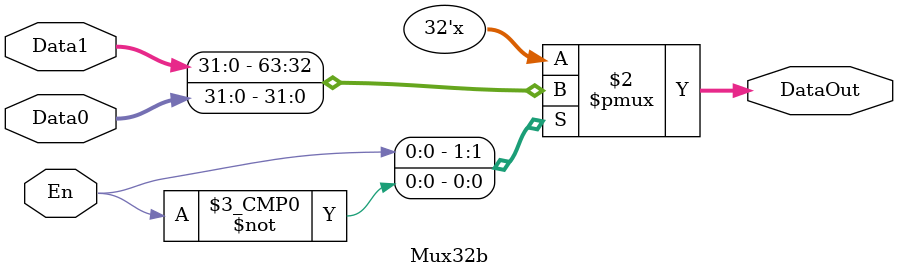
<source format=v>

module Mux32b
(
	//Entradas
	input wire En,             //Selector
	input wire [31:0] Data0,	//Entrada 0
	input wire [31:0] Data1,	//Entrada 1
	
	//Salida
	output reg [31:0] DataOut      //Dato de salida
);

always @(*) begin
	case (En)
		1'b1: begin
			DataOut = Data1;
		end
		1'b0: begin
			DataOut = Data0;
		end
	endcase
end

endmodule

</source>
